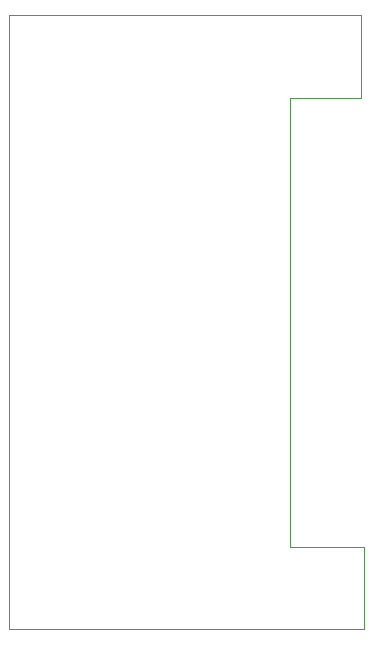
<source format=gbr>
%TF.GenerationSoftware,KiCad,Pcbnew,(5.1.9)-1*%
%TF.CreationDate,2021-10-20T23:10:06+02:00*%
%TF.ProjectId,BreadBoardPowerSupply,42726561-6442-46f6-9172-64506f776572,V1*%
%TF.SameCoordinates,Original*%
%TF.FileFunction,Profile,NP*%
%FSLAX46Y46*%
G04 Gerber Fmt 4.6, Leading zero omitted, Abs format (unit mm)*
G04 Created by KiCad (PCBNEW (5.1.9)-1) date 2021-10-20 23:10:06*
%MOMM*%
%LPD*%
G01*
G04 APERTURE LIST*
%TA.AperFunction,Profile*%
%ADD10C,0.050000*%
%TD*%
G04 APERTURE END LIST*
D10*
X128270000Y-62300000D02*
X158050000Y-62300000D01*
X158050000Y-69300000D02*
X158050000Y-62300000D01*
X152050000Y-69300000D02*
X158050000Y-69300000D01*
X152050000Y-107300000D02*
X152050000Y-69300000D01*
X158270000Y-107300000D02*
X152050000Y-107300000D01*
X158270000Y-114300000D02*
X158270000Y-107300000D01*
X128270000Y-114300000D02*
X158270000Y-114300000D01*
X128270000Y-62300000D02*
X128270000Y-114300000D01*
M02*

</source>
